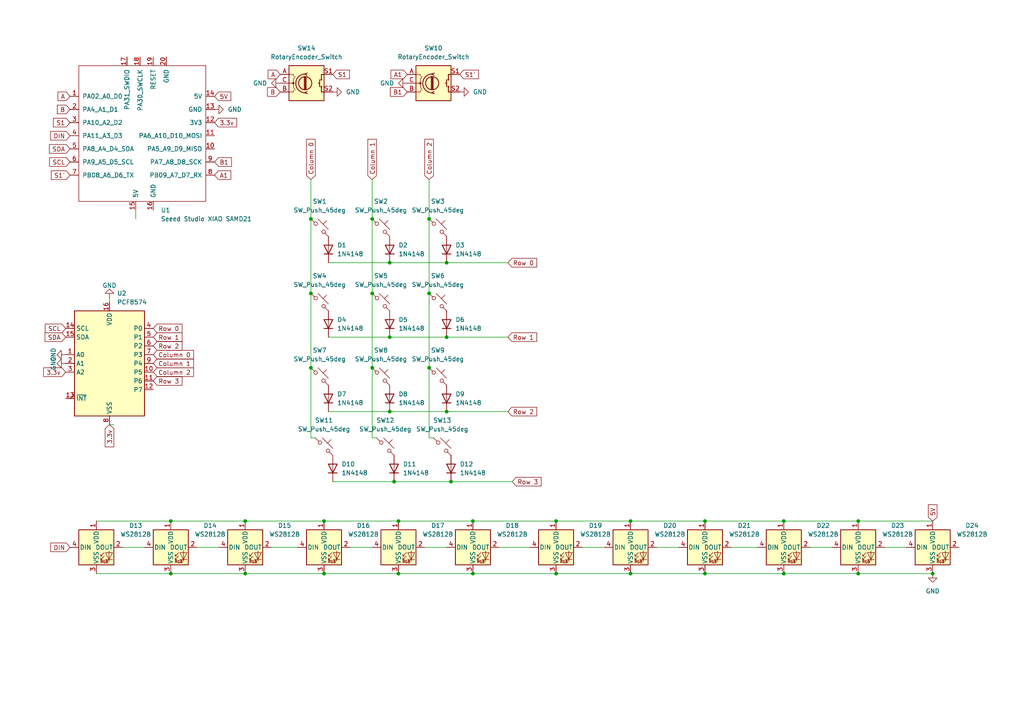
<source format=kicad_sch>
(kicad_sch (version 20231120) (generator "eeschema") (generator_version "8.0")
  (paper "A4")
  (lib_symbols
    (symbol "Device:RotaryEncoder_Switch" (pin_names (offset 0.254) hide)
      (property "Reference" "SW" (at 0 6.604 0))
      (property "Value" "RotaryEncoder_Switch" (at 0 -6.604 0))
      (symbol "RotaryEncoder_Switch_0_1"
        (rectangle (start -5.08 5.08) (end 5.08 -5.08) (stroke (width 0.254)) (fill (type background)))
        (circle (center -3.81 0) (radius 0.254) (fill (type outline)))
        (circle (center -0.381 0) (radius 1.905) (stroke (width 0.254)))
        (arc (start -0.381 2.667) (mid -3.0988 -0.0635) (end -0.381 -2.794) (stroke (width 0.254)))
        (polyline (pts (xy -0.635 -1.778) (xy -0.635 1.778)) (stroke (width 0.254)))
        (polyline (pts (xy -0.381 -1.778) (xy -0.381 1.778)) (stroke (width 0.254)))
        (polyline (pts (xy -0.127 1.778) (xy -0.127 -1.778)) (stroke (width 0.254)))
        (polyline (pts (xy 3.81 0) (xy 3.429 0)) (stroke (width 0.254)))
        (polyline (pts (xy 3.81 1.016) (xy 3.81 -1.016)) (stroke (width 0.254)))
        (polyline (pts (xy -5.08 -2.54) (xy -3.81 -2.54) (xy -3.81 -2.032)))
        (polyline (pts (xy -5.08 2.54) (xy -3.81 2.54) (xy -3.81 2.032)))
        (polyline (pts (xy 0.254 -3.048) (xy -0.508 -2.794) (xy 0.127 -2.413)) (stroke (width 0.254)))
        (polyline (pts (xy 0.254 2.921) (xy -0.508 2.667) (xy 0.127 2.286)) (stroke (width 0.254)))
        (polyline (pts (xy 5.08 -2.54) (xy 4.318 -2.54) (xy 4.318 -1.016)) (stroke (width 0.254)))
        (polyline (pts (xy 5.08 2.54) (xy 4.318 2.54) (xy 4.318 1.016)) (stroke (width 0.254)))
        (polyline (pts (xy -5.08 0) (xy -3.81 0) (xy -3.81 -1.016) (xy -3.302 -2.032)))
        (polyline (pts (xy -4.318 0) (xy -3.81 0) (xy -3.81 1.016) (xy -3.302 2.032)))
        (circle (center 4.318 -1.016) (radius 0.127) (stroke (width 0.254)))
        (circle (center 4.318 1.016) (radius 0.127) (stroke (width 0.254)))
      )
      (symbol "RotaryEncoder_Switch_1_1"
        (pin passive line (at -7.62 2.54 0) (length 2.54) (name "A") (number "A"))
        (pin passive line (at -7.62 -2.54 0) (length 2.54) (name "B") (number "B"))
        (pin passive line (at -7.62 0 0) (length 2.54) (name "C") (number "C"))
        (pin passive line (at 7.62 2.54 180) (length 2.54) (name "S1") (number "S1"))
        (pin passive line (at 7.62 -2.54 180) (length 2.54) (name "S2") (number "S2"))
      )
    )
    (symbol "Diode:1N4148" (pin_numbers hide) (pin_names hide)
      (property "Reference" "D" (at 0 2.54 0))
      (property "Value" "1N4148" (at 0 -2.54 0))
      (symbol "1N4148_0_1"
        (polyline (pts (xy -1.27 1.27) (xy -1.27 -1.27)) (stroke (width 0.254)))
        (polyline (pts (xy 1.27 0) (xy -1.27 0)))
        (polyline (pts (xy 1.27 1.27) (xy 1.27 -1.27) (xy -1.27 0) (xy 1.27 1.27)) (stroke (width 0.254)))
      )
      (symbol "1N4148_1_1"
        (pin passive line (at -3.81 0 0) (length 2.54) (name "K") (number "1"))
        (pin passive line (at 3.81 0 180) (length 2.54) (name "A") (number "2"))
      )
    )
    (symbol "Interface_Expansion:PCF8574"
      (property "Reference" "U" (at -8.89 16.51 0))
      (property "Value" "PCF8574" (at 2.54 16.51 0))
      (symbol "PCF8574_0_1"
        (rectangle (start -10.16 15.24) (end 10.16 -15.24) (stroke (width 0.254)) (fill (type background)))
      )
      (symbol "PCF8574_1_1"
        (pin input line (at -12.7 2.54 0) (length 2.54) (name "A0") (number "1"))
        (pin bidirectional line (at 12.7 -2.54 180) (length 2.54) (name "P5") (number "10"))
        (pin bidirectional line (at 12.7 -5.08 180) (length 2.54) (name "P6") (number "11"))
        (pin bidirectional line (at 12.7 -7.62 180) (length 2.54) (name "P7") (number "12"))
        (pin open_collector output_low (at -12.7 -10.16 0) (length 2.54) (name "~{INT}") (number "13"))
        (pin input line (at -12.7 10.16 0) (length 2.54) (name "SCL") (number "14"))
        (pin bidirectional line (at -12.7 7.62 0) (length 2.54) (name "SDA") (number "15"))
        (pin power_in line (at 0 17.78 270) (length 2.54) (name "VDD") (number "16"))
        (pin input line (at -12.7 0 0) (length 2.54) (name "A1") (number "2"))
        (pin input line (at -12.7 -2.54 0) (length 2.54) (name "A2") (number "3"))
        (pin bidirectional line (at 12.7 10.16 180) (length 2.54) (name "P0") (number "4"))
        (pin bidirectional line (at 12.7 7.62 180) (length 2.54) (name "P1") (number "5"))
        (pin bidirectional line (at 12.7 5.08 180) (length 2.54) (name "P2") (number "6"))
        (pin bidirectional line (at 12.7 2.54 180) (length 2.54) (name "P3") (number "7"))
        (pin power_in line (at 0 -17.78 90) (length 2.54) (name "VSS") (number "8"))
        (pin bidirectional line (at 12.7 0 180) (length 2.54) (name "P4") (number "9"))
      )
    )
    (symbol "LED:WS2812B" (pin_names (offset 0.254))
      (property "Reference" "D" (at 5.08 5.715 0))
      (property "Value" "WS2812B" (at 1.27 -5.715 0))
      (symbol "WS2812B_0_0"
        (text "RGB" (at 2.286 -4.191 0) (effects (font (size 0.762 0.762))))
      )
      (symbol "WS2812B_0_1"
        (polyline (pts (xy 1.27 -3.556) (xy 1.778 -3.556)))
        (polyline (pts (xy 1.27 -2.54) (xy 1.778 -2.54)))
        (polyline (pts (xy 4.699 -3.556) (xy 2.667 -3.556)))
        (polyline (pts (xy 2.286 -2.54) (xy 1.27 -3.556) (xy 1.27 -3.048)))
        (polyline (pts (xy 2.286 -1.524) (xy 1.27 -2.54) (xy 1.27 -2.032)))
        (polyline (pts (xy 3.683 -1.016) (xy 3.683 -3.556) (xy 3.683 -4.064)))
        (polyline (pts (xy 4.699 -1.524) (xy 2.667 -1.524) (xy 3.683 -3.556) (xy 4.699 -1.524)))
        (rectangle (start 5.08 5.08) (end -5.08 -5.08) (stroke (width 0.254)) (fill (type background)))
      )
      (symbol "WS2812B_1_1"
        (pin power_in line (at 0 7.62 270) (length 2.54) (name "VDD") (number "1"))
        (pin output line (at 7.62 0 180) (length 2.54) (name "DOUT") (number "2"))
        (pin power_in line (at 0 -7.62 90) (length 2.54) (name "VSS") (number "3"))
        (pin input line (at -7.62 0 0) (length 2.54) (name "DIN") (number "4"))
      )
    )
    (symbol "Seeed_Studio_XIAO_Series:Seeed Studio XIAO SAMD21" (pin_names (offset 1.016))
      (property "Reference" "U" (at -19.05 22.86 0))
      (property "Value" "Seeed Studio XIAO SAMD21" (at -12.7 21.59 0))
      (symbol "Seeed Studio XIAO SAMD21_0_1"
        (rectangle (start -19.05 20.32) (end 17.78 -19.05))
      )
      (symbol "Seeed Studio XIAO SAMD21_1_1"
        (pin unspecified line (at -21.59 11.43 0) (length 2.54) (name "PA02_A0_D0") (number "1"))
        (pin unspecified line (at 20.32 -3.81 180) (length 2.54) (name "PA5_A9_D9_MISO") (number "10"))
        (pin unspecified line (at 20.32 0 180) (length 2.54) (name "PA6_A10_D10_MOSI") (number "11"))
        (pin unspecified line (at 20.32 3.81 180) (length 2.54) (name "3V3") (number "12"))
        (pin unspecified line (at 20.32 7.62 180) (length 2.54) (name "GND") (number "13"))
        (pin unspecified line (at 20.32 11.43 180) (length 2.54) (name "5V") (number "14"))
        (pin input line (at -2.54 -21.59 90) (length 2.54) (name "5V") (number "15"))
        (pin input line (at 2.54 -21.59 90) (length 2.54) (name "GND") (number "16"))
        (pin input line (at -5.08 22.86 270) (length 2.54) (name "PA31_SWDIO") (number "17"))
        (pin input line (at -1.27 22.86 270) (length 2.54) (name "PA30_SWCLK") (number "18"))
        (pin input line (at 2.54 22.86 270) (length 2.54) (name "RESET") (number "19"))
        (pin unspecified line (at -21.59 7.62 0) (length 2.54) (name "PA4_A1_D1") (number "2"))
        (pin input line (at 6.35 22.86 270) (length 2.54) (name "GND") (number "20"))
        (pin unspecified line (at -21.59 3.81 0) (length 2.54) (name "PA10_A2_D2") (number "3"))
        (pin unspecified line (at -21.59 0 0) (length 2.54) (name "PA11_A3_D3") (number "4"))
        (pin unspecified line (at -21.59 -3.81 0) (length 2.54) (name "PA8_A4_D4_SDA") (number "5"))
        (pin unspecified line (at -21.59 -7.62 0) (length 2.54) (name "PA9_A5_D5_SCL") (number "6"))
        (pin unspecified line (at -21.59 -11.43 0) (length 2.54) (name "PB08_A6_D6_TX") (number "7"))
        (pin unspecified line (at 20.32 -11.43 180) (length 2.54) (name "PB09_A7_D7_RX") (number "8"))
        (pin unspecified line (at 20.32 -7.62 180) (length 2.54) (name "PA7_A8_D8_SCK") (number "9"))
      )
    )
    (symbol "Switch:SW_Push_45deg" (pin_numbers hide) (pin_names (offset 1.016) hide)
      (property "Reference" "SW" (at 3.048 1.016 0))
      (property "Value" "SW_Push_45deg" (at 0 -3.81 0))
      (symbol "SW_Push_45deg_0_1"
        (circle (center -1.1684 1.1684) (radius 0.508))
        (polyline (pts (xy -0.508 2.54) (xy 2.54 -0.508)))
        (polyline (pts (xy 1.016 1.016) (xy 2.032 2.032)))
        (polyline (pts (xy -2.54 2.54) (xy -1.524 1.524) (xy -1.524 1.524)))
        (polyline (pts (xy 1.524 -1.524) (xy 2.54 -2.54) (xy 2.54 -2.54) (xy 2.54 -2.54)))
        (circle (center 1.143 -1.1938) (radius 0.508))
        (pin passive line (at -2.54 2.54 0) (length 0) (name "1") (number "1"))
        (pin passive line (at 2.54 -2.54 180) (length 0) (name "2") (number "2"))
      )
    )
    (symbol "power:GND" (power) (pin_numbers hide) (pin_names (offset 0) hide)
      (property "Value" "GND" (at 0 -3.81 0))
      (symbol "GND_0_1"
        (polyline (pts (xy 0 0) (xy 0 -1.27) (xy 1.27 -1.27) (xy 0 -2.54) (xy -1.27 -1.27) (xy 0 -1.27)))
      )
      (symbol "GND_1_1"
        (pin power_in line (at 0 0 270) (length 0) (name "~") (number "1"))
      )
    )
  )
  (junction (at 161.29 151.13))
  (junction (at 270.51 166.37))
  (junction (at 129.54 97.79))
  (junction (at 113.03 76.2))
  (junction (at 49.53 166.37))
  (junction (at 114.3 139.7))
  (junction (at 71.12 151.13))
  (junction (at 90.17 85.09))
  (junction (at 227.33 166.37))
  (junction (at 137.16 151.13))
  (junction (at 90.17 63.5))
  (junction (at 71.12 166.37))
  (junction (at 137.16 166.37))
  (junction (at 107.95 106.68))
  (junction (at 130.81 139.7))
  (junction (at 93.98 166.37))
  (junction (at 161.29 166.37))
  (junction (at 129.54 119.38))
  (junction (at 107.95 63.5))
  (junction (at 107.95 85.09))
  (junction (at 248.92 151.13))
  (junction (at 124.46 85.09))
  (junction (at 124.46 63.5))
  (junction (at 115.57 166.37))
  (junction (at 124.46 106.68))
  (junction (at 90.17 106.68))
  (junction (at 113.03 119.38))
  (junction (at 182.88 151.13))
  (junction (at 227.33 151.13))
  (junction (at 182.88 166.37))
  (junction (at 115.57 151.13))
  (junction (at 204.47 166.37))
  (junction (at 49.53 151.13))
  (junction (at 248.92 166.37))
  (junction (at 204.47 151.13))
  (junction (at 93.98 151.13))
  (junction (at 113.03 97.79))
  (junction (at 129.54 76.2))
  (wire (pts (xy 49.53 166.37) (xy 71.12 166.37)))
  (wire (pts (xy 35.56 158.75) (xy 41.91 158.75)))
  (wire (pts (xy 101.6 158.75) (xy 107.95 158.75)))
  (wire (pts (xy 182.88 166.37) (xy 204.47 166.37)))
  (wire (pts (xy 123.19 158.75) (xy 129.54 158.75)))
  (wire (pts (xy 161.29 166.37) (xy 182.88 166.37)))
  (wire (pts (xy 107.95 63.5) (xy 107.95 85.09)))
  (wire (pts (xy 227.33 151.13) (xy 248.92 151.13)))
  (wire (pts (xy 161.29 151.13) (xy 182.88 151.13)))
  (wire (pts (xy 93.98 166.37) (xy 115.57 166.37)))
  (wire (pts (xy 113.03 76.2) (xy 129.54 76.2)))
  (wire (pts (xy 137.16 166.37) (xy 161.29 166.37)))
  (wire (pts (xy 182.88 151.13) (xy 204.47 151.13)))
  (wire (pts (xy 95.25 119.38) (xy 113.03 119.38)))
  (wire (pts (xy 124.46 127) (xy 125.73 127)))
  (wire (pts (xy 204.47 166.37) (xy 227.33 166.37)))
  (wire (pts (xy 204.47 151.13) (xy 227.33 151.13)))
  (wire (pts (xy 90.17 127) (xy 91.44 127)))
  (wire (pts (xy 90.17 63.5) (xy 90.17 85.09)))
  (wire (pts (xy 124.46 63.5) (xy 124.46 85.09)))
  (wire (pts (xy 39.37 60.96) (xy 39.37 63.5)))
  (wire (pts (xy 256.54 158.75) (xy 262.89 158.75)))
  (wire (pts (xy 31.75 123.19) (xy 33.02 123.19)))
  (wire (pts (xy 78.74 158.75) (xy 86.36 158.75)))
  (wire (pts (xy 124.46 85.09) (xy 124.46 106.68)))
  (wire (pts (xy 113.03 119.38) (xy 129.54 119.38)))
  (wire (pts (xy 113.03 97.79) (xy 129.54 97.79)))
  (wire (pts (xy 227.33 166.37) (xy 248.92 166.37)))
  (wire (pts (xy 31.75 86.36) (xy 31.75 87.63)))
  (wire (pts (xy 137.16 151.13) (xy 161.29 151.13)))
  (wire (pts (xy 71.12 166.37) (xy 93.98 166.37)))
  (wire (pts (xy 71.12 151.13) (xy 93.98 151.13)))
  (wire (pts (xy 147.32 119.38) (xy 129.54 119.38)))
  (wire (pts (xy 115.57 151.13) (xy 137.16 151.13)))
  (wire (pts (xy 95.25 97.79) (xy 113.03 97.79)))
  (wire (pts (xy 107.95 63.5) (xy 107.95 52.07)))
  (wire (pts (xy 168.91 158.75) (xy 175.26 158.75)))
  (wire (pts (xy 148.59 139.7) (xy 130.81 139.7)))
  (wire (pts (xy 234.95 158.75) (xy 241.3 158.75)))
  (wire (pts (xy 124.46 63.5) (xy 124.46 52.07)))
  (wire (pts (xy 115.57 166.37) (xy 137.16 166.37)))
  (wire (pts (xy 114.3 139.7) (xy 130.81 139.7)))
  (wire (pts (xy 96.52 139.7) (xy 114.3 139.7)))
  (wire (pts (xy 124.46 106.68) (xy 124.46 127)))
  (wire (pts (xy 57.15 158.75) (xy 63.5 158.75)))
  (wire (pts (xy 144.78 158.75) (xy 153.67 158.75)))
  (wire (pts (xy 27.94 151.13) (xy 49.53 151.13)))
  (wire (pts (xy 90.17 106.68) (xy 90.17 127)))
  (wire (pts (xy 107.95 85.09) (xy 107.95 106.68)))
  (wire (pts (xy 90.17 52.07) (xy 90.17 63.5)))
  (wire (pts (xy 107.95 106.68) (xy 107.95 127)))
  (wire (pts (xy 248.92 166.37) (xy 270.51 166.37)))
  (wire (pts (xy 107.95 127) (xy 109.22 127)))
  (wire (pts (xy 93.98 151.13) (xy 115.57 151.13)))
  (wire (pts (xy 147.32 97.79) (xy 129.54 97.79)))
  (wire (pts (xy 212.09 158.75) (xy 219.71 158.75)))
  (wire (pts (xy 248.92 151.13) (xy 270.51 151.13)))
  (wire (pts (xy 147.32 76.2) (xy 129.54 76.2)))
  (wire (pts (xy 49.53 151.13) (xy 71.12 151.13)))
  (wire (pts (xy 27.94 166.37) (xy 49.53 166.37)))
  (wire (pts (xy 90.17 85.09) (xy 90.17 106.68)))
  (wire (pts (xy 190.5 158.75) (xy 196.85 158.75)))
  (wire (pts (xy 95.25 76.2) (xy 113.03 76.2)))
  (global_label "3.3v" (shape input) (at 19.05 107.95 180) (property "Intersheetrefs" "${INTERSHEET_REFS}" (effects (hide yes))))
  (global_label "B1" (shape input) (at 62.23 46.99 0) (property "Intersheetrefs" "${INTERSHEET_REFS}" (effects (hide yes))))
  (global_label "Row 1" (shape input) (at 147.32 97.79 0) (property "Intersheetrefs" "${INTERSHEET_REFS}" (effects (hide yes))))
  (global_label "A1" (shape input) (at 62.23 50.8 0) (property "Intersheetrefs" "${INTERSHEET_REFS}" (effects (hide yes))))
  (global_label "S1" (shape input) (at 20.32 35.56 180) (property "Intersheetrefs" "${INTERSHEET_REFS}" (effects (hide yes))))
  (global_label "S1" (shape input) (at 96.52 21.59 0) (property "Intersheetrefs" "${INTERSHEET_REFS}" (effects (hide yes))))
  (global_label "SCL" (shape input) (at 19.05 95.25 180) (property "Intersheetrefs" "${INTERSHEET_REFS}" (effects (hide yes))))
  (global_label "A" (shape input) (at 20.32 27.94 180) (property "Intersheetrefs" "${INTERSHEET_REFS}" (effects (hide yes))))
  (global_label "B1" (shape input) (at 118.11 26.67 180) (property "Intersheetrefs" "${INTERSHEET_REFS}" (effects (hide yes))))
  (global_label "Row 3" (shape input) (at 44.45 110.49 0) (property "Intersheetrefs" "${INTERSHEET_REFS}" (effects (hide yes))))
  (global_label "SDA" (shape input) (at 20.32 43.18 180) (property "Intersheetrefs" "${INTERSHEET_REFS}" (effects (hide yes))))
  (global_label "B" (shape input) (at 81.28 26.67 180) (property "Intersheetrefs" "${INTERSHEET_REFS}" (effects (hide yes))))
  (global_label "Column 2" (shape input) (at 44.45 107.95 0) (property "Intersheetrefs" "${INTERSHEET_REFS}" (effects (hide yes))))
  (global_label "Row 2" (shape input) (at 147.32 119.38 0) (property "Intersheetrefs" "${INTERSHEET_REFS}" (effects (hide yes))))
  (global_label "Column 0" (shape input) (at 44.45 102.87 0) (property "Intersheetrefs" "${INTERSHEET_REFS}" (effects (hide yes))))
  (global_label "Column 1" (shape input) (at 107.95 52.07 90) (property "Intersheetrefs" "${INTERSHEET_REFS}" (effects (hide yes))))
  (global_label "DIN" (shape input) (at 20.32 158.75 180) (property "Intersheetrefs" "${INTERSHEET_REFS}" (effects (hide yes))))
  (global_label "5V" (shape input) (at 270.51 151.13 90) (property "Intersheetrefs" "${INTERSHEET_REFS}" (effects (hide yes))))
  (global_label "S1'" (shape input) (at 133.35 21.59 0) (property "Intersheetrefs" "${INTERSHEET_REFS}" (effects (hide yes))))
  (global_label "Row 1" (shape input) (at 44.45 97.79 0) (property "Intersheetrefs" "${INTERSHEET_REFS}" (effects (hide yes))))
  (global_label "SDA" (shape input) (at 19.05 97.79 180) (property "Intersheetrefs" "${INTERSHEET_REFS}" (effects (hide yes))))
  (global_label "B" (shape input) (at 20.32 31.75 180) (property "Intersheetrefs" "${INTERSHEET_REFS}" (effects (hide yes))))
  (global_label "Column 1" (shape input) (at 44.45 105.41 0) (property "Intersheetrefs" "${INTERSHEET_REFS}" (effects (hide yes))))
  (global_label "Row 2" (shape input) (at 44.45 100.33 0) (property "Intersheetrefs" "${INTERSHEET_REFS}" (effects (hide yes))))
  (global_label "Column 0" (shape input) (at 90.17 52.07 90) (property "Intersheetrefs" "${INTERSHEET_REFS}" (effects (hide yes))))
  (global_label "3.3v" (shape input) (at 31.75 123.19 270) (property "Intersheetrefs" "${INTERSHEET_REFS}" (effects (hide yes))))
  (global_label "Row 0" (shape input) (at 44.45 95.25 0) (property "Intersheetrefs" "${INTERSHEET_REFS}" (effects (hide yes))))
  (global_label "A" (shape input) (at 81.28 21.59 180) (property "Intersheetrefs" "${INTERSHEET_REFS}" (effects (hide yes))))
  (global_label "SCL" (shape input) (at 20.32 46.99 180) (property "Intersheetrefs" "${INTERSHEET_REFS}" (effects (hide yes))))
  (global_label "5V" (shape input) (at 62.23 27.94 0) (property "Intersheetrefs" "${INTERSHEET_REFS}" (effects (hide yes))))
  (global_label "Row 0" (shape input) (at 147.32 76.2 0) (property "Intersheetrefs" "${INTERSHEET_REFS}" (effects (hide yes))))
  (global_label "DIN" (shape input) (at 20.32 39.37 180) (property "Intersheetrefs" "${INTERSHEET_REFS}" (effects (hide yes))))
  (global_label "Column 2" (shape input) (at 124.46 52.07 90) (property "Intersheetrefs" "${INTERSHEET_REFS}" (effects (hide yes))))
  (global_label "Row 3" (shape input) (at 148.59 139.7 0) (property "Intersheetrefs" "${INTERSHEET_REFS}" (effects (hide yes))))
  (global_label "A1" (shape input) (at 118.11 21.59 180) (property "Intersheetrefs" "${INTERSHEET_REFS}" (effects (hide yes))))
  (global_label "S1'" (shape input) (at 20.32 50.8 180) (property "Intersheetrefs" "${INTERSHEET_REFS}" (effects (hide yes))))
  (global_label "3.3v" (shape input) (at 62.23 35.56 0) (property "Intersheetrefs" "${INTERSHEET_REFS}" (effects (hide yes))))
  (symbol (lib_id "Switch:SW_Push_45deg") (at 92.71 87.63 0) (unit 1)
    (property "Reference" "SW4" (at 92.71 80.01 0))
    (property "Value" "SW_Push_45deg" (at 92.71 82.55 0))
    (property "Footprint" "Button_Switch_Keyboard:SW_Cherry_MX_1.00u_PCB" (effects (hide yes)))
    (property "Description" "Push button switch, normally open, two pins, 45° tilted" (effects (hide yes)))
  )
  (symbol (lib_id "Diode:1N4148") (at 96.52 135.89 90) (unit 1)
    (property "Reference" "D10" (at 99.06 134.6199 90) (effects (justify right)))
    (property "Value" "1N4148" (at 99.06 137.1599 90) (effects (justify right)))
    (property "Footprint" "Diode_THT:D_DO-35_SOD27_P7.62mm_Horizontal" (effects (hide yes)))
    (property "Datasheet" "https://assets.nexperia.com/documents/data-sheet/1N4148_1N4448.pdf" (effects (hide yes)))
    (property "Description" "100V 0.15A standard switching diode, DO-35" (effects (hide yes)))
    (property "Sim.Device" "D" (effects (hide yes)))
    (property "Sim.Pins" "1=K 2=A" (effects (hide yes)))
  )
  (symbol (lib_id "LED:WS2812B") (at 182.88 158.75 0) (unit 1)
    (property "Reference" "D20" (at 194.31 152.4314 0))
    (property "Value" "WS2812B" (at 194.31 154.9714 0))
    (property "Footprint" "LED_SMD:LED_WS2812B_PLCC4_5.0x5.0mm_P3.2mm" (effects (hide yes)))
    (property "Datasheet" "https://cdn-shop.adafruit.com/datasheets/WS2812B.pdf" (effects (hide yes)))
    (property "Description" "RGB LED with integrated controller" (effects (hide yes)))
  )
  (symbol (lib_id "Switch:SW_Push_45deg") (at 110.49 109.22 0) (unit 1)
    (property "Reference" "SW8" (at 110.49 101.6 0))
    (property "Value" "SW_Push_45deg" (at 110.49 104.14 0))
    (property "Footprint" "Button_Switch_Keyboard:SW_Cherry_MX_1.00u_PCB" (effects (hide yes)))
    (property "Description" "Push button switch, normally open, two pins, 45° tilted" (effects (hide yes)))
  )
  (symbol (lib_id "power:GND") (at 81.28 24.13 270) (unit 1)
    (property "Reference" "#PWR01" (effects (hide yes)))
    (property "Value" "GND" (at 77.47 24.1299 90) (effects (justify right)))
    (property "Description" "Power symbol creates a global label with name \"GND\" , ground" (effects (hide yes)))
  )
  (symbol (lib_id "Diode:1N4148") (at 129.54 93.98 90) (unit 1)
    (property "Reference" "D6" (at 132.08 92.7099 90) (effects (justify right)))
    (property "Value" "1N4148" (at 132.08 95.2499 90) (effects (justify right)))
    (property "Footprint" "Diode_THT:D_DO-35_SOD27_P7.62mm_Horizontal" (effects (hide yes)))
    (property "Datasheet" "https://assets.nexperia.com/documents/data-sheet/1N4148_1N4448.pdf" (effects (hide yes)))
    (property "Description" "100V 0.15A standard switching diode, DO-35" (effects (hide yes)))
    (property "Sim.Device" "D" (effects (hide yes)))
    (property "Sim.Pins" "1=K 2=A" (effects (hide yes)))
  )
  (symbol (lib_id "Switch:SW_Push_45deg") (at 93.98 129.54 0) (unit 1)
    (property "Reference" "SW11" (at 93.98 121.92 0))
    (property "Value" "SW_Push_45deg" (at 93.98 124.46 0))
    (property "Footprint" "Button_Switch_Keyboard:SW_Cherry_MX_1.00u_PCB" (effects (hide yes)))
    (property "Description" "Push button switch, normally open, two pins, 45° tilted" (effects (hide yes)))
  )
  (symbol (lib_id "Diode:1N4148") (at 95.25 93.98 90) (unit 1)
    (property "Reference" "D4" (at 97.79 92.7099 90) (effects (justify right)))
    (property "Value" "1N4148" (at 97.79 95.2499 90) (effects (justify right)))
    (property "Footprint" "Diode_THT:D_DO-35_SOD27_P7.62mm_Horizontal" (effects (hide yes)))
    (property "Datasheet" "https://assets.nexperia.com/documents/data-sheet/1N4148_1N4448.pdf" (effects (hide yes)))
    (property "Description" "100V 0.15A standard switching diode, DO-35" (effects (hide yes)))
    (property "Sim.Device" "D" (effects (hide yes)))
    (property "Sim.Pins" "1=K 2=A" (effects (hide yes)))
  )
  (symbol (lib_id "Switch:SW_Push_45deg") (at 127 109.22 0) (unit 1)
    (property "Reference" "SW9" (at 127 101.6 0))
    (property "Value" "SW_Push_45deg" (at 127 104.14 0))
    (property "Footprint" "Button_Switch_Keyboard:SW_Cherry_MX_1.00u_PCB" (effects (hide yes)))
    (property "Description" "Push button switch, normally open, two pins, 45° tilted" (effects (hide yes)))
  )
  (symbol (lib_id "power:GND") (at 31.75 86.36 180) (unit 1)
    (property "Reference" "#PWR05" (effects (hide yes)))
    (property "Value" "GND" (at 31.75 82.804 0))
    (property "Description" "Power symbol creates a global label with name \"GND\" , ground" (effects (hide yes)))
  )
  (symbol (lib_id "Seeed_Studio_XIAO_Series:Seeed Studio XIAO SAMD21") (at 41.91 39.37 0) (unit 1)
    (property "Reference" "U1" (at 46.6441 60.96 0) (effects (justify left)))
    (property "Value" "Seeed Studio XIAO SAMD21" (at 46.6441 63.5 0) (effects (justify left)))
    (property "Footprint" "Seeed Studio XIAO Series Library:XIAO-Generic-Thruhole-14P-2.54-21X17.8MM" (effects (hide yes)))
  )
  (symbol (lib_id "LED:WS2812B") (at 204.47 158.75 0) (unit 1)
    (property "Reference" "D21" (at 215.9 152.4314 0))
    (property "Value" "WS2812B" (at 215.9 154.9714 0))
    (property "Footprint" "LED_SMD:LED_WS2812B_PLCC4_5.0x5.0mm_P3.2mm" (effects (hide yes)))
    (property "Datasheet" "https://cdn-shop.adafruit.com/datasheets/WS2812B.pdf" (effects (hide yes)))
    (property "Description" "RGB LED with integrated controller" (effects (hide yes)))
  )
  (symbol (lib_id "Switch:SW_Push_45deg") (at 111.76 129.54 0) (unit 1)
    (property "Reference" "SW12" (at 111.76 121.92 0))
    (property "Value" "SW_Push_45deg" (at 111.76 124.46 0))
    (property "Footprint" "Button_Switch_Keyboard:SW_Cherry_MX_1.00u_PCB" (effects (hide yes)))
    (property "Description" "Push button switch, normally open, two pins, 45° tilted" (effects (hide yes)))
  )
  (symbol (lib_id "power:GND") (at 118.11 24.13 270) (unit 1)
    (property "Reference" "#PWR08" (effects (hide yes)))
    (property "Value" "GND" (at 114.3 24.1299 90) (effects (justify right)))
    (property "Description" "Power symbol creates a global label with name \"GND\" , ground" (effects (hide yes)))
  )
  (symbol (lib_id "Diode:1N4148") (at 95.25 115.57 90) (unit 1)
    (property "Reference" "D7" (at 97.79 114.2999 90) (effects (justify right)))
    (property "Value" "1N4148" (at 97.79 116.8399 90) (effects (justify right)))
    (property "Footprint" "Diode_THT:D_DO-35_SOD27_P7.62mm_Horizontal" (effects (hide yes)))
    (property "Datasheet" "https://assets.nexperia.com/documents/data-sheet/1N4148_1N4448.pdf" (effects (hide yes)))
    (property "Description" "100V 0.15A standard switching diode, DO-35" (effects (hide yes)))
    (property "Sim.Device" "D" (effects (hide yes)))
    (property "Sim.Pins" "1=K 2=A" (effects (hide yes)))
  )
  (symbol (lib_id "power:GND") (at 19.05 105.41 270) (unit 1)
    (property "Reference" "#PWR07" (effects (hide yes)))
    (property "Value" "GND" (at 15.494 105.41 0))
    (property "Description" "Power symbol creates a global label with name \"GND\" , ground" (effects (hide yes)))
  )
  (symbol (lib_id "Switch:SW_Push_45deg") (at 92.71 109.22 0) (unit 1)
    (property "Reference" "SW7" (at 92.71 101.6 0))
    (property "Value" "SW_Push_45deg" (at 92.71 104.14 0))
    (property "Footprint" "Button_Switch_Keyboard:SW_Cherry_MX_1.00u_PCB" (effects (hide yes)))
    (property "Description" "Push button switch, normally open, two pins, 45° tilted" (effects (hide yes)))
  )
  (symbol (lib_id "Diode:1N4148") (at 130.81 135.89 90) (unit 1)
    (property "Reference" "D12" (at 133.35 134.6199 90) (effects (justify right)))
    (property "Value" "1N4148" (at 133.35 137.1599 90) (effects (justify right)))
    (property "Footprint" "Diode_THT:D_DO-35_SOD27_P7.62mm_Horizontal" (effects (hide yes)))
    (property "Datasheet" "https://assets.nexperia.com/documents/data-sheet/1N4148_1N4448.pdf" (effects (hide yes)))
    (property "Description" "100V 0.15A standard switching diode, DO-35" (effects (hide yes)))
    (property "Sim.Device" "D" (effects (hide yes)))
    (property "Sim.Pins" "1=K 2=A" (effects (hide yes)))
  )
  (symbol (lib_id "LED:WS2812B") (at 93.98 158.75 0) (unit 1)
    (property "Reference" "D16" (at 105.41 152.4314 0))
    (property "Value" "WS2812B" (at 105.41 154.9714 0))
    (property "Footprint" "LED_SMD:LED_WS2812B_PLCC4_5.0x5.0mm_P3.2mm" (effects (hide yes)))
    (property "Datasheet" "https://cdn-shop.adafruit.com/datasheets/WS2812B.pdf" (effects (hide yes)))
    (property "Description" "RGB LED with integrated controller" (effects (hide yes)))
  )
  (symbol (lib_id "Device:RotaryEncoder_Switch") (at 125.73 24.13 0) (unit 1)
    (property "Reference" "SW10" (at 125.73 13.97 0))
    (property "Value" "RotaryEncoder_Switch" (at 125.73 16.51 0))
    (property "Footprint" "Rotary_Encoder:RotaryEncoder_Alps_EC11E-Switch_Vertical_H20mm" (effects (hide yes)))
    (property "Description" "Rotary encoder, dual channel, incremental quadrate outputs, with switch" (effects (hide yes)))
  )
  (symbol (lib_id "Interface_Expansion:PCF8574") (at 31.75 105.41 0) (unit 1)
    (property "Reference" "U2" (at 33.9441 85.09 0) (effects (justify left)))
    (property "Value" "PCF8574" (at 33.9441 87.63 0) (effects (justify left)))
    (property "Footprint" "Package_DIP:CERDIP-16_W7.62mm_SideBrazed" (effects (hide yes)))
    (property "Datasheet" "http://www.nxp.com/docs/en/data-sheet/PCF8574_PCF8574A.pdf" (effects (hide yes)))
    (property "Description" "8 Bit Port/Expander to I2C Bus, DIP/SOIC-16" (effects (hide yes)))
  )
  (symbol (lib_id "LED:WS2812B") (at 248.92 158.75 0) (unit 1)
    (property "Reference" "D23" (at 260.35 152.4314 0))
    (property "Value" "WS2812B" (at 260.35 154.9714 0))
    (property "Footprint" "LED_SMD:LED_WS2812B_PLCC4_5.0x5.0mm_P3.2mm" (effects (hide yes)))
    (property "Datasheet" "https://cdn-shop.adafruit.com/datasheets/WS2812B.pdf" (effects (hide yes)))
    (property "Description" "RGB LED with integrated controller" (effects (hide yes)))
  )
  (symbol (lib_id "power:GND") (at 62.23 31.75 90) (unit 1)
    (property "Reference" "#PWR02" (effects (hide yes)))
    (property "Value" "GND" (at 66.04 31.7499 90) (effects (justify right)))
    (property "Description" "Power symbol creates a global label with name \"GND\" , ground" (effects (hide yes)))
  )
  (symbol (lib_id "power:GND") (at 270.51 166.37 0) (unit 1)
    (property "Reference" "#PWR04" (effects (hide yes)))
    (property "Value" "GND" (at 270.51 171.45 0))
    (property "Description" "Power symbol creates a global label with name \"GND\" , ground" (effects (hide yes)))
  )
  (symbol (lib_id "LED:WS2812B") (at 49.53 158.75 0) (unit 1)
    (property "Reference" "D14" (at 60.96 152.4314 0))
    (property "Value" "WS2812B" (at 60.96 154.9714 0))
    (property "Footprint" "LED_SMD:LED_WS2812B_PLCC4_5.0x5.0mm_P3.2mm" (effects (hide yes)))
    (property "Datasheet" "https://cdn-shop.adafruit.com/datasheets/WS2812B.pdf" (effects (hide yes)))
    (property "Description" "RGB LED with integrated controller" (effects (hide yes)))
  )
  (symbol (lib_id "Diode:1N4148") (at 113.03 93.98 90) (unit 1)
    (property "Reference" "D5" (at 115.57 92.7099 90) (effects (justify right)))
    (property "Value" "1N4148" (at 115.57 95.2499 90) (effects (justify right)))
    (property "Footprint" "Diode_THT:D_DO-35_SOD27_P7.62mm_Horizontal" (effects (hide yes)))
    (property "Datasheet" "https://assets.nexperia.com/documents/data-sheet/1N4148_1N4448.pdf" (effects (hide yes)))
    (property "Description" "100V 0.15A standard switching diode, DO-35" (effects (hide yes)))
    (property "Sim.Device" "D" (effects (hide yes)))
    (property "Sim.Pins" "1=K 2=A" (effects (hide yes)))
  )
  (symbol (lib_id "Diode:1N4148") (at 129.54 72.39 90) (unit 1)
    (property "Reference" "D3" (at 132.08 71.1199 90) (effects (justify right)))
    (property "Value" "1N4148" (at 132.08 73.6599 90) (effects (justify right)))
    (property "Footprint" "Diode_THT:D_DO-35_SOD27_P7.62mm_Horizontal" (effects (hide yes)))
    (property "Datasheet" "https://assets.nexperia.com/documents/data-sheet/1N4148_1N4448.pdf" (effects (hide yes)))
    (property "Description" "100V 0.15A standard switching diode, DO-35" (effects (hide yes)))
    (property "Sim.Device" "D" (effects (hide yes)))
    (property "Sim.Pins" "1=K 2=A" (effects (hide yes)))
  )
  (symbol (lib_id "power:GND") (at 19.05 102.87 270) (unit 1)
    (property "Reference" "#PWR06" (effects (hide yes)))
    (property "Value" "GND" (at 15.494 102.87 0))
    (property "Description" "Power symbol creates a global label with name \"GND\" , ground" (effects (hide yes)))
  )
  (symbol (lib_id "Diode:1N4148") (at 113.03 72.39 90) (unit 1)
    (property "Reference" "D2" (at 115.57 71.1199 90) (effects (justify right)))
    (property "Value" "1N4148" (at 115.57 73.6599 90) (effects (justify right)))
    (property "Footprint" "Diode_THT:D_DO-35_SOD27_P7.62mm_Horizontal" (effects (hide yes)))
    (property "Datasheet" "https://assets.nexperia.com/documents/data-sheet/1N4148_1N4448.pdf" (effects (hide yes)))
    (property "Description" "100V 0.15A standard switching diode, DO-35" (effects (hide yes)))
    (property "Sim.Device" "D" (effects (hide yes)))
    (property "Sim.Pins" "1=K 2=A" (effects (hide yes)))
  )
  (symbol (lib_id "LED:WS2812B") (at 161.29 158.75 0) (unit 1)
    (property "Reference" "D19" (at 172.72 152.4314 0))
    (property "Value" "WS2812B" (at 172.72 154.9714 0))
    (property "Footprint" "LED_SMD:LED_WS2812B_PLCC4_5.0x5.0mm_P3.2mm" (effects (hide yes)))
    (property "Datasheet" "https://cdn-shop.adafruit.com/datasheets/WS2812B.pdf" (effects (hide yes)))
    (property "Description" "RGB LED with integrated controller" (effects (hide yes)))
  )
  (symbol (lib_id "power:GND") (at 133.35 26.67 90) (unit 1)
    (property "Reference" "#PWR09" (effects (hide yes)))
    (property "Value" "GND" (at 137.16 26.6699 90) (effects (justify right)))
    (property "Description" "Power symbol creates a global label with name \"GND\" , ground" (effects (hide yes)))
  )
  (symbol (lib_id "LED:WS2812B") (at 71.12 158.75 0) (unit 1)
    (property "Reference" "D15" (at 82.55 152.4314 0))
    (property "Value" "WS2812B" (at 82.55 154.9714 0))
    (property "Footprint" "LED_SMD:LED_WS2812B_PLCC4_5.0x5.0mm_P3.2mm" (effects (hide yes)))
    (property "Datasheet" "https://cdn-shop.adafruit.com/datasheets/WS2812B.pdf" (effects (hide yes)))
    (property "Description" "RGB LED with integrated controller" (effects (hide yes)))
  )
  (symbol (lib_id "Diode:1N4148") (at 95.25 72.39 90) (unit 1)
    (property "Reference" "D1" (at 97.79 71.1199 90) (effects (justify right)))
    (property "Value" "1N4148" (at 97.79 73.6599 90) (effects (justify right)))
    (property "Footprint" "Diode_THT:D_DO-35_SOD27_P7.62mm_Horizontal" (effects (hide yes)))
    (property "Datasheet" "https://assets.nexperia.com/documents/data-sheet/1N4148_1N4448.pdf" (effects (hide yes)))
    (property "Description" "100V 0.15A standard switching diode, DO-35" (effects (hide yes)))
    (property "Sim.Device" "D" (effects (hide yes)))
    (property "Sim.Pins" "1=K 2=A" (effects (hide yes)))
  )
  (symbol (lib_id "LED:WS2812B") (at 115.57 158.75 0) (unit 1)
    (property "Reference" "D17" (at 127 152.4314 0))
    (property "Value" "WS2812B" (at 127 154.9714 0))
    (property "Footprint" "LED_SMD:LED_WS2812B_PLCC4_5.0x5.0mm_P3.2mm" (effects (hide yes)))
    (property "Datasheet" "https://cdn-shop.adafruit.com/datasheets/WS2812B.pdf" (effects (hide yes)))
    (property "Description" "RGB LED with integrated controller" (effects (hide yes)))
  )
  (symbol (lib_id "Diode:1N4148") (at 114.3 135.89 90) (unit 1)
    (property "Reference" "D11" (at 116.84 134.6199 90) (effects (justify right)))
    (property "Value" "1N4148" (at 116.84 137.1599 90) (effects (justify right)))
    (property "Footprint" "Diode_THT:D_DO-35_SOD27_P7.62mm_Horizontal" (effects (hide yes)))
    (property "Datasheet" "https://assets.nexperia.com/documents/data-sheet/1N4148_1N4448.pdf" (effects (hide yes)))
    (property "Description" "100V 0.15A standard switching diode, DO-35" (effects (hide yes)))
    (property "Sim.Device" "D" (effects (hide yes)))
    (property "Sim.Pins" "1=K 2=A" (effects (hide yes)))
  )
  (symbol (lib_id "Switch:SW_Push_45deg") (at 128.27 129.54 0) (unit 1)
    (property "Reference" "SW13" (at 128.27 121.92 0))
    (property "Value" "SW_Push_45deg" (at 128.27 124.46 0))
    (property "Footprint" "Button_Switch_Keyboard:SW_Cherry_MX_1.00u_PCB" (effects (hide yes)))
    (property "Description" "Push button switch, normally open, two pins, 45° tilted" (effects (hide yes)))
  )
  (symbol (lib_id "Switch:SW_Push_45deg") (at 92.71 66.04 0) (unit 1)
    (property "Reference" "SW1" (at 92.71 58.42 0))
    (property "Value" "SW_Push_45deg" (at 92.71 60.96 0))
    (property "Footprint" "Button_Switch_Keyboard:SW_Cherry_MX_1.00u_PCB" (effects (hide yes)))
    (property "Description" "Push button switch, normally open, two pins, 45° tilted" (effects (hide yes)))
  )
  (symbol (lib_id "LED:WS2812B") (at 227.33 158.75 0) (unit 1)
    (property "Reference" "D22" (at 238.76 152.4314 0))
    (property "Value" "WS2812B" (at 238.76 154.9714 0))
    (property "Footprint" "LED_SMD:LED_WS2812B_PLCC4_5.0x5.0mm_P3.2mm" (effects (hide yes)))
    (property "Datasheet" "https://cdn-shop.adafruit.com/datasheets/WS2812B.pdf" (effects (hide yes)))
    (property "Description" "RGB LED with integrated controller" (effects (hide yes)))
  )
  (symbol (lib_id "Switch:SW_Push_45deg") (at 110.49 66.04 0) (unit 1)
    (property "Reference" "SW2" (at 110.49 58.42 0))
    (property "Value" "SW_Push_45deg" (at 110.49 60.96 0))
    (property "Footprint" "Button_Switch_Keyboard:SW_Cherry_MX_1.00u_PCB" (effects (hide yes)))
    (property "Description" "Push button switch, normally open, two pins, 45° tilted" (effects (hide yes)))
  )
  (symbol (lib_id "Diode:1N4148") (at 129.54 115.57 90) (unit 1)
    (property "Reference" "D9" (at 132.08 114.2999 90) (effects (justify right)))
    (property "Value" "1N4148" (at 132.08 116.8399 90) (effects (justify right)))
    (property "Footprint" "Diode_THT:D_DO-35_SOD27_P7.62mm_Horizontal" (effects (hide yes)))
    (property "Datasheet" "https://assets.nexperia.com/documents/data-sheet/1N4148_1N4448.pdf" (effects (hide yes)))
    (property "Description" "100V 0.15A standard switching diode, DO-35" (effects (hide yes)))
    (property "Sim.Device" "D" (effects (hide yes)))
    (property "Sim.Pins" "1=K 2=A" (effects (hide yes)))
  )
  (symbol (lib_id "LED:WS2812B") (at 270.51 158.75 0) (unit 1)
    (property "Reference" "D24" (at 281.94 152.4314 0))
    (property "Value" "WS2812B" (at 281.94 154.9714 0))
    (property "Footprint" "LED_SMD:LED_WS2812B_PLCC4_5.0x5.0mm_P3.2mm" (effects (hide yes)))
    (property "Datasheet" "https://cdn-shop.adafruit.com/datasheets/WS2812B.pdf" (effects (hide yes)))
    (property "Description" "RGB LED with integrated controller" (effects (hide yes)))
  )
  (symbol (lib_id "power:GND") (at 96.52 26.67 90) (unit 1)
    (property "Reference" "#PWR03" (effects (hide yes)))
    (property "Value" "GND" (at 100.33 26.6699 90) (effects (justify right)))
    (property "Description" "Power symbol creates a global label with name \"GND\" , ground" (effects (hide yes)))
  )
  (symbol (lib_id "LED:WS2812B") (at 137.16 158.75 0) (unit 1)
    (property "Reference" "D18" (at 148.59 152.4314 0))
    (property "Value" "WS2812B" (at 148.59 154.9714 0))
    (property "Footprint" "LED_SMD:LED_WS2812B_PLCC4_5.0x5.0mm_P3.2mm" (effects (hide yes)))
    (property "Datasheet" "https://cdn-shop.adafruit.com/datasheets/WS2812B.pdf" (effects (hide yes)))
    (property "Description" "RGB LED with integrated controller" (effects (hide yes)))
  )
  (symbol (lib_id "Device:RotaryEncoder_Switch") (at 88.9 24.13 0) (unit 1)
    (property "Reference" "SW14" (at 88.9 13.97 0))
    (property "Value" "RotaryEncoder_Switch" (at 88.9 16.51 0))
    (property "Footprint" "Rotary_Encoder:RotaryEncoder_Alps_EC11E-Switch_Vertical_H20mm" (effects (hide yes)))
    (property "Description" "Rotary encoder, dual channel, incremental quadrate outputs, with switch" (effects (hide yes)))
  )
  (symbol (lib_id "Switch:SW_Push_45deg") (at 110.49 87.63 0) (unit 1)
    (property "Reference" "SW5" (at 110.49 80.01 0))
    (property "Value" "SW_Push_45deg" (at 110.49 82.55 0))
    (property "Footprint" "Button_Switch_Keyboard:SW_Cherry_MX_1.00u_PCB" (effects (hide yes)))
    (property "Description" "Push button switch, normally open, two pins, 45° tilted" (effects (hide yes)))
  )
  (symbol (lib_id "Switch:SW_Push_45deg") (at 127 87.63 0) (unit 1)
    (property "Reference" "SW6" (at 127 80.01 0))
    (property "Value" "SW_Push_45deg" (at 127 82.55 0))
    (property "Footprint" "Button_Switch_Keyboard:SW_Cherry_MX_1.00u_PCB" (effects (hide yes)))
    (property "Description" "Push button switch, normally open, two pins, 45° tilted" (effects (hide yes)))
  )
  (symbol (lib_id "Switch:SW_Push_45deg") (at 127 66.04 0) (unit 1)
    (property "Reference" "SW3" (at 127 58.42 0))
    (property "Value" "SW_Push_45deg" (at 127 60.96 0))
    (property "Footprint" "Button_Switch_Keyboard:SW_Cherry_MX_1.00u_PCB" (effects (hide yes)))
    (property "Description" "Push button switch, normally open, two pins, 45° tilted" (effects (hide yes)))
  )
  (symbol (lib_id "LED:WS2812B") (at 27.94 158.75 0) (unit 1)
    (property "Reference" "D13" (at 39.37 152.4314 0))
    (property "Value" "WS2812B" (at 39.37 154.9714 0))
    (property "Footprint" "LED_SMD:LED_WS2812B_PLCC4_5.0x5.0mm_P3.2mm" (effects (hide yes)))
    (property "Datasheet" "https://cdn-shop.adafruit.com/datasheets/WS2812B.pdf" (effects (hide yes)))
    (property "Description" "RGB LED with integrated controller" (effects (hide yes)))
  )
  (symbol (lib_id "Diode:1N4148") (at 113.03 115.57 90) (unit 1)
    (property "Reference" "D8" (at 115.57 114.2999 90) (effects (justify right)))
    (property "Value" "1N4148" (at 115.57 116.8399 90) (effects (justify right)))
    (property "Footprint" "Diode_THT:D_DO-35_SOD27_P7.62mm_Horizontal" (effects (hide yes)))
    (property "Datasheet" "https://assets.nexperia.com/documents/data-sheet/1N4148_1N4448.pdf" (effects (hide yes)))
    (property "Description" "100V 0.15A standard switching diode, DO-35" (effects (hide yes)))
    (property "Sim.Device" "D" (effects (hide yes)))
    (property "Sim.Pins" "1=K 2=A" (effects (hide yes)))
  )
)
</source>
